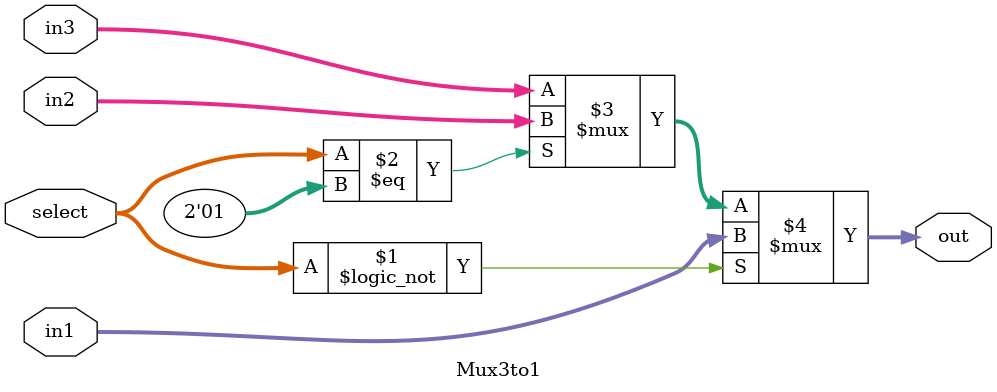
<source format=v>
module Mux3to1(
	input [31:0]in1,
	input [31:0]in2,
	input [31:0]in3,
	input [1:0]select,
	output wire [31:0]out
);
	assign out = select==0?in1:(select==1?in2:in3);
endmodule

</source>
